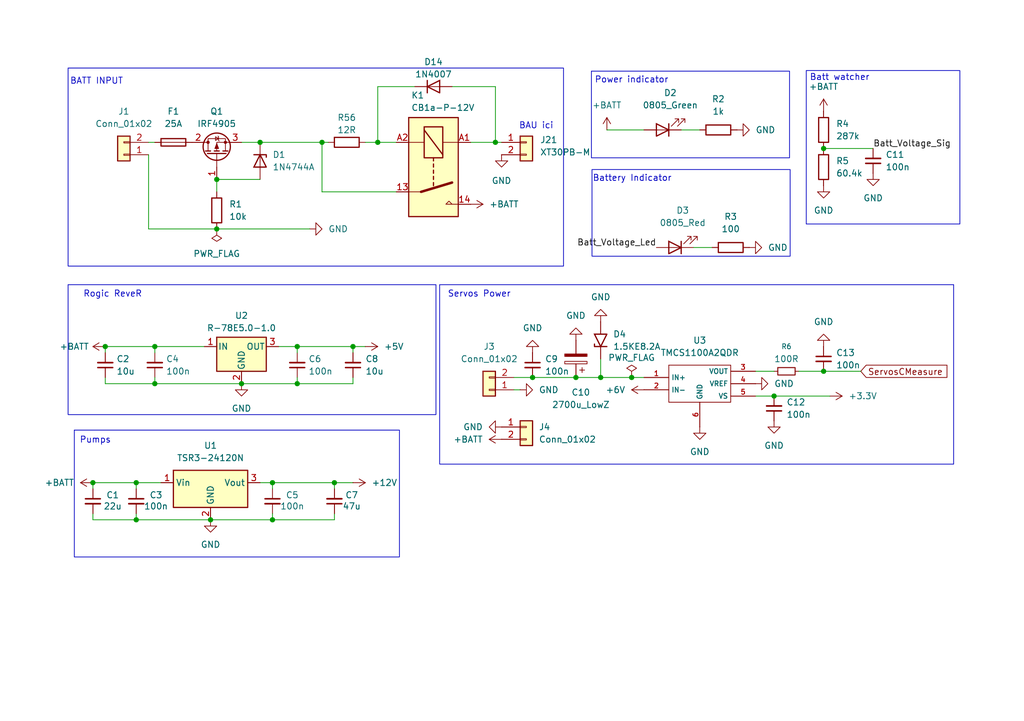
<source format=kicad_sch>
(kicad_sch (version 20250114) (generator "eeschema") (generator_version "9.0")
  (paper "A5")
  (title_block (title "Alimentation") (date "2025-12-28") (rev "1") (company "Game Team SLSC"))
  (lib_symbols
    (symbol "Connector_Generic:Conn_01x02" (pin_names (offset 1.016) (hide yes))
      (property "Reference" "J" (at 0 2.54 0))
      (property "Value" "Conn_01x02" (at 0 -5.08 0))
      (symbol "Conn_01x02_1_1"
        (rectangle (start -1.27 1.27) (end 1.27 -3.81) (stroke (width 0.254)) (fill (type background)))
        (rectangle (start -1.27 0.127) (end 0 -0.127) (stroke (width 0.1524)))
        (rectangle (start -1.27 -2.413) (end 0 -2.667) (stroke (width 0.1524)))
        (pin passive line (at -5.08 0 0) (length 3.81) (name "Pin_1") (number "1"))
        (pin passive line (at -5.08 -2.54 0) (length 3.81) (name "Pin_2") (number "2"))
      )
    )
    (symbol "Device:C_Polarized" (pin_numbers (hide yes)) (pin_names (offset 0.254))
      (property "Reference" "C" (at 0.635 2.54 0))
      (property "Value" "C_Polarized" (at 0.635 -2.54 0))
      (symbol "C_Polarized_0_1"
        (rectangle (start -2.286 0.508) (end 2.286 1.016))
        (polyline (pts (xy -1.778 2.286) (xy -0.762 2.286)))
        (polyline (pts (xy -1.27 2.794) (xy -1.27 1.778)))
        (rectangle (start 2.286 -0.508) (end -2.286 -1.016) (fill (type outline)))
      )
      (symbol "C_Polarized_1_1"
        (pin passive line (at 0 3.81 270) (length 2.794) (name "~") (number "1"))
        (pin passive line (at 0 -3.81 90) (length 2.794) (name "~") (number "2"))
      )
    )
    (symbol "Device:C_Small" (pin_numbers (hide yes)) (pin_names (offset 0.254) (hide yes))
      (property "Reference" "C" (at 0.254 1.778 0))
      (property "Value" "C_Small" (at 0.254 -2.032 0))
      (symbol "C_Small_0_1"
        (polyline (pts (xy -1.524 0.508) (xy 1.524 0.508)) (stroke (width 0.3048)))
        (polyline (pts (xy -1.524 -0.508) (xy 1.524 -0.508)) (stroke (width 0.3302)))
      )
      (symbol "C_Small_1_1"
        (pin passive line (at 0 2.54 270) (length 2.032) (name "~") (number "1"))
        (pin passive line (at 0 -2.54 90) (length 2.032) (name "~") (number "2"))
      )
    )
    (symbol "Device:D" (pin_numbers (hide yes)) (pin_names (offset 1.016) (hide yes))
      (property "Reference" "D" (at 0 2.54 0))
      (property "Value" "D" (at 0 -2.54 0))
      (symbol "D_0_1"
        (polyline (pts (xy -1.27 1.27) (xy -1.27 -1.27)) (stroke (width 0.254)))
        (polyline (pts (xy 1.27 1.27) (xy 1.27 -1.27) (xy -1.27 0) (xy 1.27 1.27)) (stroke (width 0.254)))
        (polyline (pts (xy 1.27 0) (xy -1.27 0)))
      )
      (symbol "D_1_1"
        (pin passive line (at -3.81 0 0) (length 2.54) (name "K") (number "1"))
        (pin passive line (at 3.81 0 180) (length 2.54) (name "A") (number "2"))
      )
    )
    (symbol "Device:Fuse" (pin_numbers (hide yes)) (pin_names (offset 0))
      (property "Reference" "F" (at 2.032 0 90))
      (property "Value" "Fuse" (at -1.905 0 90))
      (symbol "Fuse_0_1"
        (rectangle (start -0.762 -2.54) (end 0.762 2.54) (stroke (width 0.254)))
        (polyline (pts (xy 0 2.54) (xy 0 -2.54)))
      )
      (symbol "Fuse_1_1"
        (pin passive line (at 0 3.81 270) (length 1.27) (name "~") (number "1"))
        (pin passive line (at 0 -3.81 90) (length 1.27) (name "~") (number "2"))
      )
    )
    (symbol "Device:LED" (pin_numbers (hide yes)) (pin_names (offset 1.016) (hide yes))
      (property "Reference" "D" (at 0 2.54 0))
      (property "Value" "LED" (at 0 -2.54 0))
      (symbol "LED_0_1"
        (polyline (pts (xy -3.048 -0.762) (xy -4.572 -2.286) (xy -3.81 -2.286) (xy -4.572 -2.286) (xy -4.572 -1.524)))
        (polyline (pts (xy -1.778 -0.762) (xy -3.302 -2.286) (xy -2.54 -2.286) (xy -3.302 -2.286) (xy -3.302 -1.524)))
        (polyline (pts (xy -1.27 0) (xy 1.27 0)))
        (polyline (pts (xy -1.27 -1.27) (xy -1.27 1.27)) (stroke (width 0.254)))
        (polyline (pts (xy 1.27 -1.27) (xy 1.27 1.27) (xy -1.27 0) (xy 1.27 -1.27)) (stroke (width 0.254)))
      )
      (symbol "LED_1_1"
        (pin passive line (at -3.81 0 0) (length 2.54) (name "K") (number "1"))
        (pin passive line (at 3.81 0 180) (length 2.54) (name "A") (number "2"))
      )
    )
    (symbol "Device:R" (pin_numbers (hide yes)) (pin_names (offset 0))
      (property "Reference" "R" (at 2.032 0 90))
      (property "Value" "R" (at 0 0 90))
      (symbol "R_0_1"
        (rectangle (start -1.016 -2.54) (end 1.016 2.54) (stroke (width 0.254)))
      )
      (symbol "R_1_1"
        (pin passive line (at 0 3.81 270) (length 1.27) (name "~") (number "1"))
        (pin passive line (at 0 -3.81 90) (length 1.27) (name "~") (number "2"))
      )
    )
    (symbol "Device:R_Small" (pin_numbers (hide yes)) (pin_names (offset 0.254) (hide yes))
      (property "Reference" "R" (at 0 0 90))
      (property "Value" "R_Small" (at 1.778 0 90))
      (symbol "R_Small_0_1"
        (rectangle (start -0.762 1.778) (end 0.762 -1.778) (stroke (width 0.2032)))
      )
      (symbol "R_Small_1_1"
        (pin passive line (at 0 2.54 270) (length 0.762) (name "~") (number "1"))
        (pin passive line (at 0 -2.54 90) (length 0.762) (name "~") (number "2"))
      )
    )
    (symbol "Diode:1.5KExxA" (pin_numbers (hide yes)) (pin_names (offset 1.016) (hide yes))
      (property "Reference" "D" (at 0 2.54 0))
      (property "Value" "1.5KExxA" (at 0 -2.54 0))
      (symbol "1.5KExxA_0_1"
        (polyline (pts (xy -0.762 1.27) (xy -1.27 1.27) (xy -1.27 -1.27)) (stroke (width 0.254)))
        (polyline (pts (xy 1.27 1.27) (xy 1.27 -1.27) (xy -1.27 0) (xy 1.27 1.27)) (stroke (width 0.254)))
      )
      (symbol "1.5KExxA_1_1"
        (pin passive line (at -3.81 0 0) (length 2.54) (name "A1") (number "1"))
        (pin passive line (at 3.81 0 180) (length 2.54) (name "A2") (number "2"))
      )
    )
    (symbol "Diode:1N47xxA" (pin_numbers (hide yes)) (pin_names (hide yes))
      (property "Reference" "D" (at 0 2.54 0))
      (property "Value" "1N47xxA" (at 0 -2.54 0))
      (symbol "1N47xxA_0_1"
        (polyline (pts (xy -1.27 -1.27) (xy -1.27 1.27) (xy -0.762 1.27)) (stroke (width 0.254)))
        (polyline (pts (xy 1.27 0) (xy -1.27 0)))
        (polyline (pts (xy 1.27 -1.27) (xy 1.27 1.27) (xy -1.27 0) (xy 1.27 -1.27)) (stroke (width 0.254)))
      )
      (symbol "1N47xxA_1_1"
        (pin passive line (at -3.81 0 0) (length 2.54) (name "K") (number "1"))
        (pin passive line (at 3.81 0 180) (length 2.54) (name "A") (number "2"))
      )
    )
    (symbol "Project:TMCS1100A2QDR"
      (property "Reference" "U" (at 0 0 0))
      (property "Value" "TMCS1100A2QDR" (at 0 0 0))
      (symbol "TMCS1100A2QDR_0_1"
        (rectangle (start 0 -2.54) (end 12.7 -10.16))
      )
      (symbol "TMCS1100A2QDR_1_0"
        (pin power_in line (at -5.08 -5.08 0) (length 5.08) (name "IN+") (number "1"))
        (pin power_out line (at -5.08 -7.62 0) (length 5.08) (name "IN-") (number "2"))
        (pin passive line (at 6.35 -15.24 90) (length 5.08) (name "GND") (number "6"))
        (pin output line (at 17.78 -3.81 180) (length 5.08) (name "VOUT") (number "3"))
        (pin input line (at 17.78 -6.35 180) (length 5.08) (name "VREF") (number "4"))
        (pin power_in line (at 17.78 -8.89 180) (length 5.08) (name "VS") (number "5"))
      )
    )
    (symbol "Regulator_Switching:R-78E5.0-1.0" (pin_names (offset 0.254))
      (property "Reference" "U" (at -3.81 3.175 0))
      (property "Value" "R-78E5.0-1.0" (at 0 3.175 0))
      (symbol "R-78E5.0-1.0_0_1"
        (rectangle (start -5.08 1.905) (end 5.08 -5.08) (stroke (width 0.254)) (fill (type background)))
      )
      (symbol "R-78E5.0-1.0_1_1"
        (pin power_in line (at -7.62 0 0) (length 2.54) (name "IN") (number "1"))
        (pin power_in line (at 0 -7.62 90) (length 2.54) (name "GND") (number "2"))
        (pin power_out line (at 7.62 0 180) (length 2.54) (name "OUT") (number "3"))
      )
    )
    (symbol "Regulator_Switching:TSR3-24120N"
      (property "Reference" "U" (at -7.112 6.35 0))
      (property "Value" "TSR3-24120N" (at 1.524 6.35 0))
      (symbol "TSR3-24120N_0_1"
        (rectangle (start -7.62 5.08) (end 7.62 -2.54) (stroke (width 0.254)) (fill (type background)))
      )
      (symbol "TSR3-24120N_1_1"
        (pin power_in line (at -10.16 2.54 0) (length 2.54) (name "Vin") (number "1"))
        (pin power_in line (at 0 -5.08 90) (length 2.54) (name "GND") (number "2"))
        (pin power_out line (at 10.16 2.54 180) (length 2.54) (name "Vout") (number "3"))
      )
    )
    (symbol "Relay:Relay_SPST-NO"
      (property "Reference" "K" (at 11.43 3.81 0))
      (property "Value" "Relay_SPST-NO" (at 11.43 1.27 0))
      (symbol "Relay_SPST-NO_0_0"
        (polyline (pts (xy 7.62 5.08) (xy 7.62 2.54) (xy 6.985 3.175) (xy 7.62 3.81)))
      )
      (symbol "Relay_SPST-NO_0_1"
        (rectangle (start -10.16 5.08) (end 10.16 -5.08) (stroke (width 0.254)) (fill (type background)))
        (rectangle (start -8.255 1.905) (end -1.905 -1.905) (stroke (width 0.254)))
        (polyline (pts (xy -7.62 -1.905) (xy -2.54 1.905)) (stroke (width 0.254)))
        (polyline (pts (xy -5.08 5.08) (xy -5.08 1.905)))
        (polyline (pts (xy -5.08 -5.08) (xy -5.08 -1.905)))
        (polyline (pts (xy -1.905 0) (xy -1.27 0)) (stroke (width 0.254)))
        (polyline (pts (xy -0.635 0) (xy 0 0)) (stroke (width 0.254)))
        (polyline (pts (xy 0.635 0) (xy 1.27 0)) (stroke (width 0.254)))
        (polyline (pts (xy 1.905 0) (xy 2.54 0)) (stroke (width 0.254)))
        (polyline (pts (xy 3.175 0) (xy 3.81 0)) (stroke (width 0.254)))
        (polyline (pts (xy 5.08 -2.54) (xy 3.175 3.81)) (stroke (width 0.508)))
        (polyline (pts (xy 5.08 -2.54) (xy 5.08 -5.08)))
      )
      (symbol "Relay_SPST-NO_1_1"
        (pin passive line (at -5.08 7.62 270) (length 2.54) (name "~") (number "A1"))
        (pin passive line (at -5.08 -7.62 90) (length 2.54) (name "~") (number "A2"))
        (pin passive line (at 5.08 -7.62 90) (length 2.54) (name "~") (number "13"))
        (pin passive line (at 7.62 7.62 270) (length 2.54) (name "~") (number "14"))
      )
    )
    (symbol "Transistor_FET:IRF4905" (pin_names (hide yes))
      (property "Reference" "Q" (at 5.08 1.905 0))
      (property "Value" "IRF4905" (at 5.08 0 0))
      (symbol "IRF4905_0_1"
        (polyline (pts (xy 0.254 1.905) (xy 0.254 -1.905)) (stroke (width 0.254)))
        (polyline (pts (xy 0.254 0) (xy -2.54 0)))
        (polyline (pts (xy 0.762 2.286) (xy 0.762 1.27)) (stroke (width 0.254)))
        (polyline (pts (xy 0.762 1.778) (xy 3.302 1.778) (xy 3.302 -1.778) (xy 0.762 -1.778)))
        (polyline (pts (xy 0.762 0.508) (xy 0.762 -0.508)) (stroke (width 0.254)))
        (polyline (pts (xy 0.762 -1.27) (xy 0.762 -2.286)) (stroke (width 0.254)))
        (circle (center 1.651 0) (radius 2.794) (stroke (width 0.254)))
        (polyline (pts (xy 2.286 0) (xy 1.27 0.381) (xy 1.27 -0.381) (xy 2.286 0)) (fill (type outline)))
        (polyline (pts (xy 2.54 2.54) (xy 2.54 1.778)))
        (circle (center 2.54 1.778) (radius 0.254) (fill (type outline)))
        (circle (center 2.54 -1.778) (radius 0.254) (fill (type outline)))
        (polyline (pts (xy 2.54 -2.54) (xy 2.54 0) (xy 0.762 0)))
        (polyline (pts (xy 2.794 -0.508) (xy 2.921 -0.381) (xy 3.683 -0.381) (xy 3.81 -0.254)))
        (polyline (pts (xy 3.302 -0.381) (xy 2.921 0.254) (xy 3.683 0.254) (xy 3.302 -0.381)))
      )
      (symbol "IRF4905_1_1"
        (pin input line (at -5.08 0 0) (length 2.54) (name "G") (number "1"))
        (pin passive line (at 2.54 5.08 270) (length 2.54) (name "D") (number "2"))
        (pin passive line (at 2.54 -5.08 90) (length 2.54) (name "S") (number "3"))
      )
    )
    (symbol "power:+12V" (power) (pin_numbers (hide yes)) (pin_names (offset 0) (hide yes))
      (property "Value" "+12V" (at 0 3.556 0))
      (symbol "+12V_0_1"
        (polyline (pts (xy -0.762 1.27) (xy 0 2.54)))
        (polyline (pts (xy 0 2.54) (xy 0.762 1.27)))
        (polyline (pts (xy 0 0) (xy 0 2.54)))
      )
      (symbol "+12V_1_1"
        (pin power_in line (at 0 0 90) (length 0) (name "~") (number "1"))
      )
    )
    (symbol "power:+3.3V" (power) (pin_numbers (hide yes)) (pin_names (offset 0) (hide yes))
      (property "Value" "+3.3V" (at 0 3.556 0))
      (symbol "+3.3V_0_1"
        (polyline (pts (xy -0.762 1.27) (xy 0 2.54)))
        (polyline (pts (xy 0 2.54) (xy 0.762 1.27)))
        (polyline (pts (xy 0 0) (xy 0 2.54)))
      )
      (symbol "+3.3V_1_1"
        (pin power_in line (at 0 0 90) (length 0) (name "~") (number "1"))
      )
    )
    (symbol "power:+5VL" (power) (pin_numbers (hide yes)) (pin_names (offset 0) (hide yes))
      (property "Value" "+5VL" (at 0 3.556 0))
      (symbol "+5VL_0_1"
        (polyline (pts (xy -0.762 1.27) (xy 0 2.54)))
        (polyline (pts (xy 0 2.54) (xy 0.762 1.27)))
        (polyline (pts (xy 0 0) (xy 0 2.54)))
      )
      (symbol "+5VL_1_1"
        (pin power_in line (at 0 0 90) (length 0) (name "~") (number "1"))
      )
    )
    (symbol "power:+BATT" (power) (pin_numbers (hide yes)) (pin_names (offset 0) (hide yes))
      (property "Value" "+BATT" (at 0 3.556 0))
      (symbol "+BATT_0_1"
        (polyline (pts (xy -0.762 1.27) (xy 0 2.54)))
        (polyline (pts (xy 0 2.54) (xy 0.762 1.27)))
        (polyline (pts (xy 0 0) (xy 0 2.54)))
      )
      (symbol "+BATT_1_1"
        (pin power_in line (at 0 0 90) (length 0) (name "~") (number "1"))
      )
    )
    (symbol "power:GND" (power) (pin_numbers (hide yes)) (pin_names (offset 0) (hide yes))
      (property "Value" "GND" (at 0 -3.81 0))
      (symbol "GND_0_1"
        (polyline (pts (xy 0 0) (xy 0 -1.27) (xy 1.27 -1.27) (xy 0 -2.54) (xy -1.27 -1.27) (xy 0 -1.27)))
      )
      (symbol "GND_1_1"
        (pin power_in line (at 0 0 270) (length 0) (name "~") (number "1"))
      )
    )
    (symbol "power:PWR_FLAG" (power) (pin_numbers (hide yes)) (pin_names (offset 0) (hide yes))
      (property "Value" "PWR_FLAG" (at 0 3.81 0))
      (symbol "PWR_FLAG_0_0"
        (pin power_out line (at 0 0 90) (length 0) (name "~") (number "1"))
      )
      (symbol "PWR_FLAG_0_1"
        (polyline (pts (xy 0 0) (xy 0 1.27) (xy -1.016 1.905) (xy 0 2.54) (xy 1.016 1.905) (xy 0 1.27)))
      )
    )
  )
  (rectangle (start 90.17 58.42) (end 195.58 95.25))
  (rectangle (start 13.97 58.42) (end 89.408 85.09))
  (rectangle (start 15.24 88.265) (end 81.915 114.3))
  (rectangle (start 13.97 13.97) (end 115.57 54.61))
  (rectangle (start 121.285 14.605) (end 161.925 32.385))
  (rectangle (start 121.412 34.798) (end 162.052 52.578))
  (rectangle (start 165.354 14.478) (end 196.85 45.974))
  (text "BATT INPUT" (at 19.812 16.764 0) (effects (font (size 1.27 1.27))))
  (text "Power indicator\n" (at 129.54 16.51 0) (effects (font (size 1.27 1.27))))
  (text "Battery Indicator" (at 129.667 36.703 0) (effects (font (size 1.27 1.27))))
  (text "Batt watcher" (at 172.212 16.002 0) (effects (font (size 1.27 1.27))))
  (text "Bouton d'\"arrêt" (at 91.44 -61.976 0) (effects (font (size 1.27 1.27))))
  (text "Pumps\n" (at 19.558 90.424 0) (effects (font (size 1.27 1.27))))
  (text "Servos Power\n" (at 98.298 60.452 0) (effects (font (size 1.27 1.27))))
  (text "BAU ici" (at 109.982 25.908 0) (effects (font (size 1.27 1.27))))
  (text "Rogic ReveR" (at 23.114 60.452 0) (effects (font (size 1.27 1.27))))
  (junction (at 77.47 29.21))
  (junction (at 27.94 106.68))
  (junction (at 44.45 46.99))
  (junction (at 55.88 106.68))
  (junction (at 43.18 106.68))
  (junction (at 55.88 99.06))
  (junction (at 101.6 29.21))
  (junction (at 21.59 71.12))
  (junction (at 19.05 99.06))
  (junction (at 44.45 36.83))
  (junction (at 118.11 77.47))
  (junction (at 158.75 81.28))
  (junction (at 68.58 99.06))
  (junction (at 168.91 76.2))
  (junction (at 49.53 78.74))
  (junction (at 60.96 78.74))
  (junction (at 31.75 71.12))
  (junction (at 129.54 77.47))
  (junction (at 168.91 30.48))
  (junction (at 53.34 29.21))
  (junction (at 60.96 71.12))
  (junction (at 123.19 77.47))
  (junction (at 66.04 29.21))
  (junction (at 72.39 71.12))
  (junction (at 27.94 99.06))
  (junction (at 31.75 78.74))
  (junction (at 109.22 77.47))
  (wire (pts (xy 27.94 105.41) (xy 27.94 106.68)))
  (wire (pts (xy 19.05 99.06) (xy 27.94 99.06)))
  (wire (pts (xy 68.58 105.41) (xy 68.58 106.68)))
  (wire (pts (xy 163.83 76.2) (xy 168.91 76.2)))
  (wire (pts (xy 43.18 106.68) (xy 55.88 106.68)))
  (wire (pts (xy 19.05 106.68) (xy 27.94 106.68)))
  (wire (pts (xy 158.75 81.28) (xy 154.94 81.28)))
  (wire (pts (xy 31.75 71.12) (xy 41.91 71.12)))
  (wire (pts (xy 143.51 26.67) (xy 139.7 26.67)))
  (wire (pts (xy 31.75 72.39) (xy 31.75 71.12)))
  (wire (pts (xy 85.09 17.78) (xy 77.47 17.78)))
  (wire (pts (xy 19.05 105.41) (xy 19.05 106.68)))
  (wire (pts (xy 105.41 80.01) (xy 106.68 80.01)))
  (wire (pts (xy 81.28 39.37) (xy 66.04 39.37)))
  (wire (pts (xy 55.88 99.06) (xy 68.58 99.06)))
  (wire (pts (xy 49.53 29.21) (xy 53.34 29.21)))
  (wire (pts (xy 60.96 78.74) (xy 72.39 78.74)))
  (wire (pts (xy 21.59 78.74) (xy 31.75 78.74)))
  (wire (pts (xy 31.75 78.74) (xy 49.53 78.74)))
  (wire (pts (xy 31.75 77.47) (xy 31.75 78.74)))
  (wire (pts (xy 21.59 71.12) (xy 31.75 71.12)))
  (wire (pts (xy 72.39 71.12) (xy 74.93 71.12)))
  (wire (pts (xy 49.53 78.74) (xy 60.96 78.74)))
  (wire (pts (xy 63.5 46.99) (xy 44.45 46.99)))
  (wire (pts (xy 57.15 71.12) (xy 60.96 71.12)))
  (wire (pts (xy 170.18 81.28) (xy 158.75 81.28)))
  (wire (pts (xy 53.34 29.21) (xy 66.04 29.21)))
  (wire (pts (xy 124.46 26.67) (xy 132.08 26.67)))
  (wire (pts (xy 77.47 17.78) (xy 77.47 29.21)))
  (wire (pts (xy 60.96 71.12) (xy 72.39 71.12)))
  (wire (pts (xy 101.6 29.21) (xy 102.87 29.21)))
  (wire (pts (xy 123.19 77.47) (xy 129.54 77.47)))
  (wire (pts (xy 118.11 77.47) (xy 123.19 77.47)))
  (wire (pts (xy 77.47 29.21) (xy 81.28 29.21)))
  (wire (pts (xy 27.94 100.33) (xy 27.94 99.06)))
  (wire (pts (xy 55.88 105.41) (xy 55.88 106.68)))
  (wire (pts (xy 142.24 50.8) (xy 146.05 50.8)))
  (wire (pts (xy 123.19 73.66) (xy 123.19 77.47)))
  (wire (pts (xy 129.54 77.47) (xy 132.08 77.47)))
  (wire (pts (xy 27.94 99.06) (xy 33.02 99.06)))
  (wire (pts (xy 55.88 106.68) (xy 68.58 106.68)))
  (wire (pts (xy 30.48 29.21) (xy 31.75 29.21)))
  (wire (pts (xy 72.39 72.39) (xy 72.39 71.12)))
  (wire (pts (xy 68.58 100.33) (xy 68.58 99.06)))
  (wire (pts (xy 92.71 17.78) (xy 101.6 17.78)))
  (wire (pts (xy 101.6 17.78) (xy 101.6 29.21)))
  (wire (pts (xy 109.22 77.47) (xy 118.11 77.47)))
  (wire (pts (xy 168.91 76.2) (xy 176.53 76.2)))
  (wire (pts (xy 60.96 78.74) (xy 60.96 77.47)))
  (wire (pts (xy 68.58 99.06) (xy 72.39 99.06)))
  (wire (pts (xy 53.34 99.06) (xy 55.88 99.06)))
  (wire (pts (xy 44.45 39.37) (xy 44.45 36.83)))
  (wire (pts (xy 21.59 78.74) (xy 21.59 77.47)))
  (wire (pts (xy 96.52 29.21) (xy 101.6 29.21)))
  (wire (pts (xy 44.45 36.83) (xy 53.34 36.83)))
  (wire (pts (xy 74.93 29.21) (xy 77.47 29.21)))
  (wire (pts (xy 55.88 100.33) (xy 55.88 99.06)))
  (wire (pts (xy 60.96 72.39) (xy 60.96 71.12)))
  (wire (pts (xy 158.75 76.2) (xy 154.94 76.2)))
  (wire (pts (xy 19.05 100.33) (xy 19.05 99.06)))
  (wire (pts (xy 168.91 30.48) (xy 179.07 30.48)))
  (wire (pts (xy 66.04 39.37) (xy 66.04 29.21)))
  (wire (pts (xy 72.39 77.47) (xy 72.39 78.74)))
  (wire (pts (xy 105.41 77.47) (xy 109.22 77.47)))
  (wire (pts (xy 44.45 46.99) (xy 30.48 46.99)))
  (wire (pts (xy 21.59 72.39) (xy 21.59 71.12)))
  (wire (pts (xy 27.94 106.68) (xy 43.18 106.68)))
  (wire (pts (xy 30.48 46.99) (xy 30.48 31.75)))
  (wire (pts (xy 66.04 29.21) (xy 67.31 29.21)))
  (label "Batt_Voltage_Sig" (at 179.07 30.48 0))
  (label "Batt_Voltage_Led" (at 134.62 50.8 180))
  (global_label "ServosCMeasure" (shape input) (at 176.53 76.2 0) (property "Intersheetrefs" "${INTERSHEET_REFS}" (effects (hide yes))))
  (symbol (lib_id "power:GND") (at 106.68 80.01 90) (unit 1)
    (property "Reference" "#PWR012" (effects (hide yes)))
    (property "Value" "GND" (at 110.49 80.0099 90) (effects (justify right)))
    (property "Description" "Power symbol creates a global label with name \"GND\" , ground" (effects (hide yes)))
  )
  (symbol (lib_id "Device:R") (at 147.32 26.67 90) (unit 1)
    (property "Reference" "R2" (at 147.32 20.32 90))
    (property "Value" "1k" (at 147.32 22.86 90))
    (property "Description" "Resistor" (effects (hide yes)))
  )
  (symbol (lib_id "power:+BATT") (at 96.52 41.91 270) (unit 1)
    (property "Reference" "#PWR08" (effects (hide yes)))
    (property "Value" "+BATT" (at 100.33 41.9099 90) (effects (justify left)))
    (property "Description" "Power symbol creates a global label with name \"+BATT\"" (effects (hide yes)))
  )
  (symbol (lib_id "Device:R") (at 149.86 50.8 90) (unit 1)
    (property "Reference" "R3" (at 149.86 44.45 90))
    (property "Value" "100" (at 149.86 46.99 90))
    (property "Description" "Resistor" (effects (hide yes)))
  )
  (symbol (lib_id "Device:R_Small") (at 161.29 76.2 90) (unit 1)
    (property "Reference" "R6" (at 161.29 71.12 90) (effects (font (size 1.016 1.016))))
    (property "Value" "100R" (at 161.29 73.66 90))
    (property "Description" "Resistor, small symbol" (effects (hide yes)))
  )
  (symbol (lib_id "power:+BATT") (at 41.91 -38.1 90) (unit 1)
    (property "Reference" "#PWR0170" (effects (hide yes)))
    (property "Value" "+BATT" (at 35.56 -38.1 90))
    (property "Description" "Power symbol creates a global label with name \"+BATT\"" (effects (hide yes)))
  )
  (symbol (lib_id "power:GND") (at 43.18 106.68 0) (unit 1)
    (property "Reference" "#PWR03" (effects (hide yes)))
    (property "Value" "GND" (at 43.18 111.76 0))
    (property "Description" "Power symbol creates a global label with name \"GND\" , ground" (effects (hide yes)))
  )
  (symbol (lib_id "Relay:Relay_SPST-NO") (at 88.9 34.29 270) (unit 1)
    (property "Reference" "K1" (at 84.328 19.558 90) (effects (justify left)))
    (property "Value" "CB1a-P-12V" (at 84.328 22.098 90) (effects (justify left)))
    (property "Description" "Relay SPST, normally open, EN50005" (effects (hide yes)))
  )
  (symbol (lib_id "Device:LED") (at 138.43 50.8 180) (unit 1)
    (property "Reference" "D3" (at 140.0175 43.18 0))
    (property "Value" "0805_Red" (at 140.0175 45.72 0))
    (property "Footprint" "LED_SMD:LED_0805_2012Metric_Pad1.15x1.40mm_HandSolder" (effects (hide yes)))
    (property "Description" "Light emitting diode" (effects (hide yes)))
    (property "Sim.Pins" "1=K 2=A" (effects (hide yes)))
    (property "MPN" "APA2106ZGCK " (effects (hide yes)))
    (property "Manufacturer" "Kingbright" (effects (hide yes)))
  )
  (symbol (lib_id "power:GND") (at 49.53 78.74 0) (unit 1)
    (property "Reference" "#PWR04" (effects (hide yes)))
    (property "Value" "GND" (at 49.53 83.82 0))
    (property "Description" "Power symbol creates a global label with name \"GND\" , ground" (effects (hide yes)))
  )
  (symbol (lib_id "power:+12V") (at 72.39 99.06 270) (unit 1)
    (property "Reference" "#PWR06" (effects (hide yes)))
    (property "Value" "+12V" (at 76.2 99.0599 90) (effects (justify left)))
    (property "Description" "Power symbol creates a global label with name \"+12V\"" (effects (hide yes)))
  )
  (symbol (lib_id "power:+BATT") (at 19.05 99.06 90) (unit 1)
    (property "Reference" "#PWR01" (effects (hide yes)))
    (property "Value" "+BATT" (at 15.24 99.0599 90) (effects (justify left)))
    (property "Description" "Power symbol creates a global label with name \"+BATT\"" (effects (hide yes)))
  )
  (symbol (lib_id "Connector_Generic:Conn_01x02") (at 25.4 31.75 180) (unit 1)
    (property "Reference" "J1" (at 25.4 22.86 0))
    (property "Value" "Conn_01x02" (at 25.4 25.4 0))
    (property "Footprint" "Connector_AMASS:AMASS_XT60PW-M_1x02_P7.20mm_Horizontal" (effects (hide yes)))
    (property "Description" "Generic connector, single row, 01x02, script generated (kicad-library-utils/schlib/autogen/connector/)" (effects (hide yes)))
  )
  (symbol (lib_id "Device:LED") (at 135.89 26.67 180) (unit 1)
    (property "Reference" "D2" (at 137.4775 19.05 0))
    (property "Value" "0805_Green" (at 137.4775 21.59 0))
    (property "Footprint" "LED_SMD:LED_0805_2012Metric_Pad1.15x1.40mm_HandSolder" (effects (hide yes)))
    (property "Description" "Light emitting diode" (effects (hide yes)))
    (property "Sim.Pins" "1=K 2=A" (effects (hide yes)))
    (property "MPN" "APA2106ZGCK " (effects (hide yes)))
    (property "Manufacturer" "Kingbright" (effects (hide yes)))
  )
  (symbol (lib_id "Device:C_Small") (at 68.58 102.87 180) (unit 1)
    (property "Reference" "C7" (at 72.136 101.6 0))
    (property "Value" "47u" (at 72.136 103.886 0))
    (property "Footprint" "Capacitor_SMD:C_0805_2012Metric_Pad1.18x1.45mm_HandSolder" (effects (hide yes)))
    (property "Description" "Unpolarized capacitor, small symbol,X7R,24V" (effects (hide yes)))
  )
  (symbol (lib_id "Device:C_Small") (at 19.05 102.87 0) (unit 1)
    (property "Reference" "C1" (at 23.114 101.6 0))
    (property "Value" "22u" (at 23.114 103.886 0))
    (property "Footprint" "Capacitor_SMD:C_0805_2012Metric_Pad1.18x1.45mm_HandSolder" (effects (hide yes)))
    (property "Description" "Unpolarized capacitor, small symbol,X7R,50V" (effects (hide yes)))
  )
  (symbol (lib_id "power:+BATT") (at 124.46 26.67 0) (unit 1)
    (property "Reference" "#PWR09" (effects (hide yes)))
    (property "Value" "+BATT" (at 124.46 21.59 0))
    (property "Description" "Power symbol creates a global label with name \"+BATT\"" (effects (hide yes)))
  )
  (symbol (lib_id "power:GND") (at 118.11 69.85 180) (unit 1)
    (property "Reference" "#PWR014" (effects (hide yes)))
    (property "Value" "GND" (at 118.11 64.77 0))
    (property "Description" "Power symbol creates a global label with name \"GND\" , ground" (effects (hide yes)))
  )
  (symbol (lib_id "Connector_Generic:Conn_01x02") (at 100.33 80.01 180) (unit 1)
    (property "Reference" "J3" (at 100.33 71.12 0))
    (property "Value" "Conn_01x02" (at 100.33 73.66 0))
    (property "Footprint" "Connector_AMASS:AMASS_XT30UPB-M_1x02_P5.0mm_Vertical" (effects (hide yes)))
    (property "Description" "Generic connector, single row, 01x02, script generated (kicad-library-utils/schlib/autogen/connector/)" (effects (hide yes)))
  )
  (symbol (lib_id "power:GND") (at 102.87 31.75 0) (unit 1)
    (property "Reference" "#PWR0171" (effects (hide yes)))
    (property "Value" "GND" (at 104.902 37.084 0) (effects (justify right)))
    (property "Description" "Power symbol creates a global label with name \"GND\" , ground" (effects (hide yes)))
  )
  (symbol (lib_id "power:GND") (at 179.07 35.56 0) (unit 1)
    (property "Reference" "#PWR022" (effects (hide yes)))
    (property "Value" "GND" (at 179.07 40.64 0))
    (property "Description" "Power symbol creates a global label with name \"GND\" , ground" (effects (hide yes)))
  )
  (symbol (lib_id "Device:C_Small") (at 72.39 74.93 180) (unit 1)
    (property "Reference" "C8" (at 74.93 73.6535 0) (effects (justify right)))
    (property "Value" "10u" (at 74.93 76.1935 0) (effects (justify right)))
    (property "Footprint" "Capacitor_SMD:C_0805_2012Metric_Pad1.18x1.45mm_HandSolder" (effects (hide yes)))
    (property "Description" "Unpolarized capacitor, small symbol,X7R" (effects (hide yes)))
  )
  (symbol (lib_id "power:+BATT") (at 21.59 71.12 90) (unit 1)
    (property "Reference" "#PWR02" (effects (hide yes)))
    (property "Value" "+BATT" (at 15.24 71.12 90))
    (property "Description" "Power symbol creates a global label with name \"+BATT\"" (effects (hide yes)))
  )
  (symbol (lib_id "power:GND") (at 151.13 26.67 90) (unit 1)
    (property "Reference" "#PWR015" (effects (hide yes)))
    (property "Value" "GND" (at 154.94 26.6699 90) (effects (justify right)))
    (property "Description" "Power symbol creates a global label with name \"GND\" , ground" (effects (hide yes)))
  )
  (symbol (lib_id "Device:R") (at 44.45 43.18 0) (unit 1)
    (property "Reference" "R1" (at 46.99 41.9099 0) (effects (justify left)))
    (property "Value" "10k" (at 46.99 44.4499 0) (effects (justify left)))
    (property "Description" "Resistor" (effects (hide yes)))
  )
  (symbol (lib_id "Connector_Generic:Conn_01x02") (at 107.95 87.63 0) (unit 1)
    (property "Reference" "J4" (at 110.49 87.6299 0) (effects (justify left)))
    (property "Value" "Conn_01x02" (at 110.49 90.1699 0) (effects (justify left)))
    (property "Footprint" "Connector_AMASS:AMASS_XT30UPB-M_1x02_P5.0mm_Vertical" (effects (hide yes)))
    (property "Description" "Generic connector, single row, 01x02, script generated (kicad-library-utils/schlib/autogen/connector/)" (effects (hide yes)))
  )
  (symbol (lib_id "power:PWR_FLAG") (at 44.45 46.99 180) (unit 1)
    (property "Reference" "#FLG02" (effects (hide yes)))
    (property "Value" "PWR_FLAG" (at 44.45 52.07 0))
    (property "Description" "Special symbol for telling ERC where power comes from" (effects (hide yes)))
  )
  (symbol (lib_id "Device:C_Small") (at 158.75 83.82 180) (unit 1)
    (property "Reference" "C12" (at 161.29 82.5435 0) (effects (justify right)))
    (property "Value" "100n" (at 161.29 85.0835 0) (effects (justify right)))
    (property "Footprint" "Capacitor_SMD:C_0805_2012Metric_Pad1.18x1.45mm_HandSolder" (effects (hide yes)))
    (property "Description" "Unpolarized capacitor, small symbol,X7R" (effects (hide yes)))
  )
  (symbol (lib_id "Device:C_Polarized") (at 118.11 73.66 180) (unit 1)
    (property "Reference" "C10" (at 119.126 80.518 0))
    (property "Value" "2700u_LowZ" (at 119.126 83.058 0))
    (property "Footprint" "Capacitor_THT:CP_Radial_D8.0mm_P3.50mm" (effects (hide yes)))
    (property "Description" "Polarized capacitor" (effects (hide yes)))
    (property "MPN" "EEU-FR1E272L" (effects (hide yes)))
    (property "Manufacturer" "Panasonic" (effects (hide yes)))
  )
  (symbol (lib_id "Diode:1N47xxA") (at 53.34 33.02 270) (unit 1)
    (property "Reference" "D1" (at 55.88 31.7499 90) (effects (justify left)))
    (property "Value" "1N4744A" (at 55.88 34.2899 90) (effects (justify left)))
    (property "Footprint" "Diode_THT:D_DO-41_SOD81_P10.16mm_Horizontal" (effects (hide yes)))
    (property "Datasheet" "https://www.vishay.com/docs/85816/1n4728a.pdf" (effects (hide yes)))
    (property "Description" "1300mW Silicon planar power Zener diodes, DO-41" (effects (hide yes)))
  )
  (symbol (lib_id "Device:R") (at 168.91 34.29 0) (unit 1)
    (property "Reference" "R5" (at 171.45 33.0199 0) (effects (justify left)))
    (property "Value" "60.4k" (at 171.45 35.5599 0) (effects (justify left)))
    (property "Description" "Resistor" (effects (hide yes)))
  )
  (symbol (lib_id "power:GND") (at 63.5 46.99 90) (unit 1)
    (property "Reference" "#PWR05" (effects (hide yes)))
    (property "Value" "GND" (at 67.31 46.9899 90) (effects (justify right)))
    (property "Description" "Power symbol creates a global label with name \"GND\" , ground" (effects (hide yes)))
  )
  (symbol (lib_id "power:GND") (at 158.75 86.36 0) (unit 1)
    (property "Reference" "#PWR024" (effects (hide yes)))
    (property "Value" "GND" (at 158.75 91.44 0))
    (property "Description" "Power symbol creates a global label with name \"GND\" , ground" (effects (hide yes)))
  )
  (symbol (lib_id "power:PWR_FLAG") (at 129.54 77.47 0) (unit 1)
    (property "Reference" "#FLG01" (effects (hide yes)))
    (property "Value" "PWR_FLAG" (at 129.54 73.406 0))
    (property "Description" "Special symbol for telling ERC where power comes from" (effects (hide yes)))
  )
  (symbol (lib_id "Device:C_Small") (at 179.07 33.02 180) (unit 1)
    (property "Reference" "C11" (at 181.61 31.7435 0) (effects (justify right)))
    (property "Value" "100n" (at 181.61 34.2835 0) (effects (justify right)))
    (property "Footprint" "Capacitor_SMD:C_0805_2012Metric_Pad1.18x1.45mm_HandSolder" (effects (hide yes)))
    (property "Description" "Unpolarized capacitor, small symbol,X7R" (effects (hide yes)))
  )
  (symbol (lib_id "power:+BATT") (at 168.91 22.86 0) (unit 1)
    (property "Reference" "#PWR019" (effects (hide yes)))
    (property "Value" "+BATT" (at 168.91 17.78 0))
    (property "Description" "Power symbol creates a global label with name \"+BATT\"" (effects (hide yes)))
  )
  (symbol (lib_id "power:GND") (at 168.91 38.1 0) (unit 1)
    (property "Reference" "#PWR020" (effects (hide yes)))
    (property "Value" "GND" (at 168.91 43.18 0))
    (property "Description" "Power symbol creates a global label with name \"GND\" , ground" (effects (hide yes)))
  )
  (symbol (lib_id "power:GND") (at 153.67 50.8 90) (unit 1)
    (property "Reference" "#PWR017" (effects (hide yes)))
    (property "Value" "GND" (at 157.48 50.7999 90) (effects (justify right)))
    (property "Description" "Power symbol creates a global label with name \"GND\" , ground" (effects (hide yes)))
  )
  (symbol (lib_id "Device:C_Small") (at 109.22 74.93 0) (unit 1)
    (property "Reference" "C9" (at 111.76 73.6662 0) (effects (justify left)))
    (property "Value" "100n" (at 111.76 76.2062 0) (effects (justify left)))
    (property "Footprint" "Capacitor_SMD:C_0805_2012Metric_Pad1.18x1.45mm_HandSolder" (effects (hide yes)))
    (property "Description" "Unpolarized capacitor, small symbol" (effects (hide yes)))
  )
  (symbol (lib_id "power:+5VL") (at 132.08 80.01 90) (unit 1)
    (property "Reference" "#PWR018" (effects (hide yes)))
    (property "Value" "+6V" (at 128.27 80.0099 90) (effects (justify left)))
    (property "Description" "Power symbol creates a global label with name \"+5VL\"" (effects (hide yes)))
  )
  (symbol (lib_id "power:GND") (at 102.87 87.63 270) (unit 1)
    (property "Reference" "#PWR010" (effects (hide yes)))
    (property "Value" "GND" (at 99.06 87.6299 90) (effects (justify right)))
    (property "Description" "Power symbol creates a global label with name \"GND\" , ground" (effects (hide yes)))
  )
  (symbol (lib_id "Diode:1.5KExxA") (at 123.19 69.85 90) (unit 1)
    (property "Reference" "D4" (at 125.73 68.5799 90) (effects (justify right)))
    (property "Value" "1.5KE8.2A" (at 125.73 71.1199 90) (effects (justify right)))
    (property "Footprint" "Diode_THT:D_DO-201AE_P15.24mm_Horizontal" (effects (hide yes)))
    (property "Datasheet" "https://www.vishay.com/docs/88301/15ke.pdf" (effects (hide yes)))
    (property "Description" "1500W unidirectional TVS diode, DO-201AE" (effects (hide yes)))
  )
  (symbol (lib_id "power:GND") (at 154.94 78.74 90) (unit 1)
    (property "Reference" "#PWR023" (effects (hide yes)))
    (property "Value" "GND" (at 158.75 78.7399 90) (effects (justify right)))
    (property "Description" "Power symbol creates a global label with name \"GND\" , ground" (effects (hide yes)))
  )
  (symbol (lib_id "Device:R") (at 71.12 29.21 90) (unit 1)
    (property "Reference" "R56" (at 71.12 24.13 90))
    (property "Value" "12R" (at 71.12 26.67 90))
    (property "Description" "Resistor" (effects (hide yes)))
  )
  (symbol (lib_id "Device:R") (at 168.91 26.67 0) (unit 1)
    (property "Reference" "R4" (at 171.45 25.3999 0) (effects (justify left)))
    (property "Value" "287k" (at 171.45 27.9399 0) (effects (justify left)))
    (property "Description" "Resistor" (effects (hide yes)))
  )
  (symbol (lib_id "Device:C_Small") (at 60.96 74.93 180) (unit 1)
    (property "Reference" "C6" (at 63.246 73.66 0) (effects (justify right)))
    (property "Value" "100n" (at 63.246 76.2 0) (effects (justify right)))
    (property "Footprint" "Capacitor_SMD:C_0805_2012Metric_Pad1.18x1.45mm_HandSolder" (effects (hide yes)))
    (property "Description" "Unpolarized capacitor, small symbol,X7R" (effects (hide yes)))
  )
  (symbol (lib_id "Device:C_Small") (at 168.91 73.66 0) (unit 1)
    (property "Reference" "C13" (at 171.45 72.3962 0) (effects (justify left)))
    (property "Value" "100n" (at 171.45 74.9362 0) (effects (justify left)))
    (property "Footprint" "Capacitor_SMD:C_0805_2012Metric_Pad1.18x1.45mm_HandSolder" (effects (hide yes)))
    (property "Description" "Unpolarized capacitor, small symbol" (effects (hide yes)))
  )
  (symbol (lib_id "Regulator_Switching:R-78E5.0-1.0") (at 49.53 71.12 0) (unit 1)
    (property "Reference" "U2" (at 49.53 64.77 0))
    (property "Value" "R-78E5.0-1.0" (at 49.53 67.31 0))
    (property "Footprint" "Converter_DCDC:Converter_DCDC_RECOM_R-78E-0.5_THT" (effects (hide yes)))
    (property "Datasheet" "https://www.recom-power.com/pdf/Innoline/R-78Exx-1.0.pdf" (effects (hide yes)))
    (property "Description" "1A Step-Down DC/DC-Regulator, 7-28V input, 5V fixed Output Voltage, LM78xx replacement, -40°C to +85°C, SIP3" (effects (hide yes)))
  )
  (symbol (lib_id "power:GND") (at 123.19 66.04 180) (unit 1)
    (property "Reference" "#PWR016" (effects (hide yes)))
    (property "Value" "GND" (at 123.19 60.96 0))
    (property "Description" "Power symbol creates a global label with name \"GND\" , ground" (effects (hide yes)))
  )
  (symbol (lib_id "power:GND") (at 109.22 72.39 180) (unit 1)
    (property "Reference" "#PWR013" (effects (hide yes)))
    (property "Value" "GND" (at 109.22 67.31 0))
    (property "Description" "Power symbol creates a global label with name \"GND\" , ground" (effects (hide yes)))
  )
  (symbol (lib_id "Transistor_FET:IRF4905") (at 44.45 31.75 90) (unit 1)
    (property "Reference" "Q1" (at 44.45 22.86 90))
    (property "Value" "IRF4905" (at 44.45 25.4 90))
    (property "Footprint" "Package_TO_SOT_THT:TO-220-3_Vertical" (effects (hide yes)))
    (property "Datasheet" "http://www.infineon.com/dgdl/irf4905.pdf?fileId=5546d462533600a4015355e32165197c" (effects (hide yes)))
    (property "Description" "-74A Id, -55V Vds, Single P-Channel HEXFET Power MOSFET, 20mOhm Ron, TO-220AB" (effects (hide yes)))
  )
  (symbol (lib_id "Device:C_Small") (at 27.94 102.87 0) (unit 1)
    (property "Reference" "C3" (at 32.004 101.6 0))
    (property "Value" "100n" (at 32.004 103.886 0))
    (property "Footprint" "Capacitor_SMD:C_0805_2012Metric_Pad1.18x1.45mm_HandSolder" (effects (hide yes)))
    (property "Description" "Unpolarized capacitor, small symbol,X7R,50V" (effects (hide yes)))
  )
  (symbol (lib_id "power:GND") (at 168.91 71.12 180) (unit 1)
    (property "Reference" "#PWR025" (effects (hide yes)))
    (property "Value" "GND" (at 168.91 66.04 0))
    (property "Description" "Power symbol creates a global label with name \"GND\" , ground" (effects (hide yes)))
  )
  (symbol (lib_id "Regulator_Switching:TSR3-24120N") (at 43.18 101.6 0) (unit 1)
    (property "Reference" "U1" (at 43.18 91.44 0))
    (property "Value" "TSR3-24120N" (at 43.18 93.98 0))
    (property "Footprint" "Converter_DCDC:Converter_DCDC_TRACO_TSR2-24xxN_TSR2-24xxxN_THT" (effects (hide yes)))
    (property "Datasheet" "https://www.tracopower.com/products/tsr3n.pdf" (effects (hide yes)))
    (property "Description" "3A step-down regulator, fixed 12V output voltage, 15-36V input voltage, TO-220 compatible LM78xx replacement" (effects (hide yes)))
  )
  (symbol (lib_id "power:+BATT") (at 102.87 90.17 90) (unit 1)
    (property "Reference" "#PWR011" (effects (hide yes)))
    (property "Value" "+BATT" (at 99.06 90.1699 90) (effects (justify left)))
    (property "Description" "Power symbol creates a global label with name \"+BATT\"" (effects (hide yes)))
  )
  (symbol (lib_id "power:+3.3V") (at 170.18 81.28 270) (unit 1)
    (property "Reference" "#PWR026" (effects (hide yes)))
    (property "Value" "+3.3V" (at 173.99 81.2799 90) (effects (justify left)))
    (property "Description" "Power symbol creates a global label with name \"+3.3V\"" (effects (hide yes)))
  )
  (symbol (lib_id "power:+5VL") (at 74.93 71.12 270) (unit 1)
    (property "Reference" "#PWR07" (effects (hide yes)))
    (property "Value" "+5V" (at 78.74 71.1199 90) (effects (justify left)))
    (property "Description" "Power symbol creates a global label with name \"+5VL\"" (effects (hide yes)))
  )
  (symbol (lib_id "Device:Fuse") (at 35.56 29.21 90) (unit 1)
    (property "Reference" "F1" (at 35.56 22.86 90))
    (property "Value" "25A" (at 35.56 25.4 90))
    (property "Description" "Fuse" (effects (hide yes)))
  )
  (symbol (lib_id "Device:D") (at 88.9 17.78 0) (unit 1)
    (property "Reference" "D14" (at 88.9 12.7 0))
    (property "Value" "1N4007" (at 88.9 15.24 0))
    (property "Description" "Diode" (effects (hide yes)))
    (property "Sim.Device" "D" (effects (hide yes)))
    (property "Sim.Pins" "1=K 2=A" (effects (hide yes)))
  )
  (symbol (lib_id "Device:C_Small") (at 21.59 74.93 180) (unit 1)
    (property "Reference" "C2" (at 23.876 73.66 0) (effects (justify right)))
    (property "Value" "10u" (at 23.876 76.2 0) (effects (justify right)))
    (property "Footprint" "Capacitor_SMD:C_0805_2012Metric_Pad1.18x1.45mm_HandSolder" (effects (hide yes)))
    (property "Description" "Unpolarized capacitor, small symbol,X7R" (effects (hide yes)))
  )
  (symbol (lib_id "Project:TMCS1100A2QDR") (at 137.16 72.39 0) (unit 1)
    (property "Reference" "U3" (at 143.51 69.85 0))
    (property "Value" "TMCS1100A2QDR" (at 143.51 72.39 0))
    (property "Datasheet" "https://www.ti.com/lit/ds/symlink/tmcs1100.pdf?ts=1767119338775&ref_url=https%253A%252F%252Fwww.ti.com%252Fproduct%252FTMCS1100" (effects (hide yes)))
  )
  (symbol (lib_id "Connector_Generic:Conn_01x02") (at 107.95 29.21 0) (unit 1)
    (property "Reference" "J21" (at 110.744 28.702 0) (effects (justify left)))
    (property "Value" "XT30PB-M" (at 110.744 31.242 0) (effects (justify left)))
    (property "Description" "Generic connector, single row, 01x02, script generated (kicad-library-utils/schlib/autogen/connector/)" (effects (hide yes)))
  )
  (symbol (lib_id "Device:C_Small") (at 55.88 102.87 0) (unit 1)
    (property "Reference" "C5" (at 59.944 101.6 0))
    (property "Value" "100n" (at 59.944 103.886 0))
    (property "Footprint" "Capacitor_SMD:C_0805_2012Metric_Pad1.18x1.45mm_HandSolder" (effects (hide yes)))
    (property "Description" "Unpolarized capacitor, small symbol,X7R,50V" (effects (hide yes)))
  )
  (symbol (lib_id "Device:C_Small") (at 31.75 74.93 180) (unit 1)
    (property "Reference" "C4" (at 34.036 73.66 0) (effects (justify right)))
    (property "Value" "100n" (at 34.036 76.2 0) (effects (justify right)))
    (property "Footprint" "Capacitor_SMD:C_0805_2012Metric_Pad1.18x1.45mm_HandSolder" (effects (hide yes)))
    (property "Description" "Unpolarized capacitor, small symbol,X7R" (effects (hide yes)))
  )
  (symbol (lib_id "power:GND") (at 143.51 87.63 0) (unit 1)
    (property "Reference" "#PWR021" (effects (hide yes)))
    (property "Value" "GND" (at 143.51 92.71 0))
    (property "Description" "Power symbol creates a global label with name \"GND\" , ground" (effects (hide yes)))
  )
)
</source>
